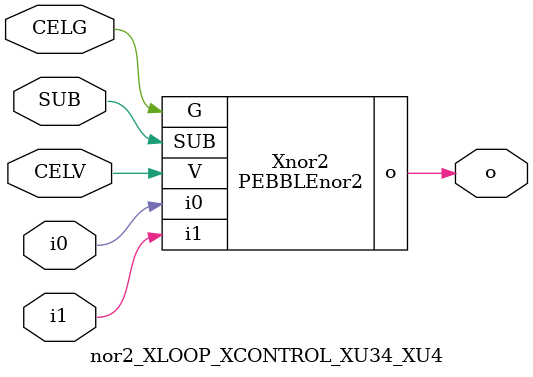
<source format=v>



module PEBBLEnor2 ( o, G, SUB, V, i0, i1 );

  input i0;
  input V;
  input i1;
  input G;
  output o;
  input SUB;
endmodule

//Celera Confidential Do Not Copy nor2_XLOOP_XCONTROL_XU34_XU4
//Celera Confidential Symbol Generator
//nor2
module nor2_XLOOP_XCONTROL_XU34_XU4 (CELV,CELG,i0,i1,o,SUB);
input CELV;
input CELG;
input i0;
input i1;
input SUB;
output o;

//Celera Confidential Do Not Copy nor2
PEBBLEnor2 Xnor2(
.V (CELV),
.i0 (i0),
.i1 (i1),
.o (o),
.SUB (SUB),
.G (CELG)
);
//,diesize,PEBBLEnor2

//Celera Confidential Do Not Copy Module End
//Celera Schematic Generator
endmodule

</source>
